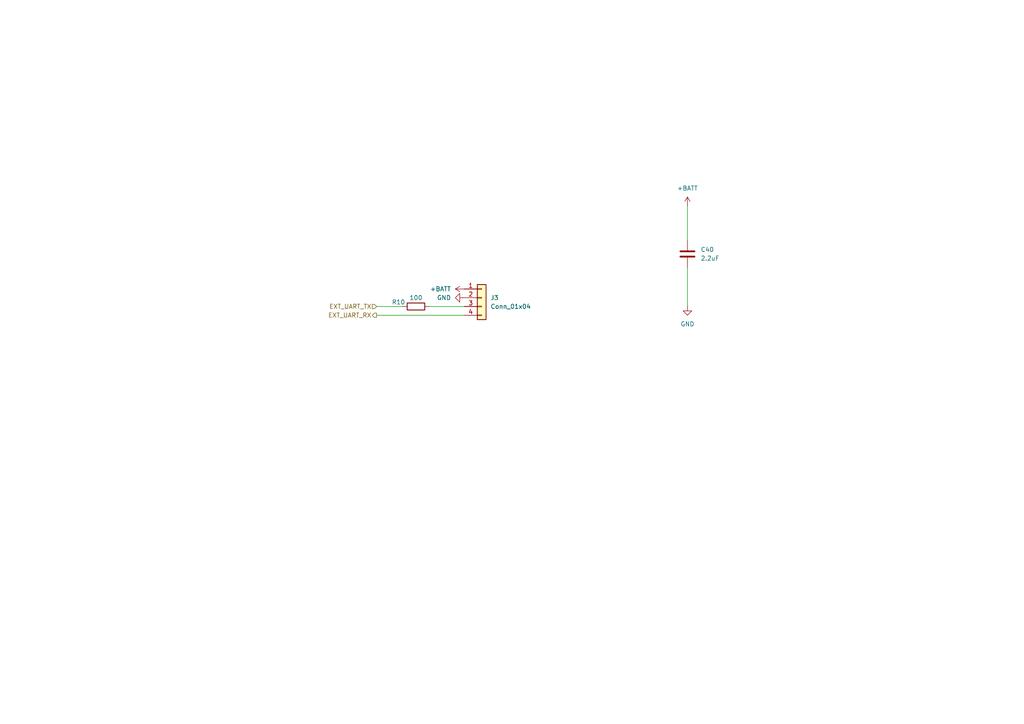
<source format=kicad_sch>
(kicad_sch (version 20230121) (generator eeschema)
  (paper "A4")
  (lib_symbols
    (symbol "Connector_Generic:Conn_01x04" (pin_names (offset 1.016) hide)
      (property "Reference" "J" (at 0 5.08 0))
      (property "Value" "Conn_01x04" (at 0 -7.62 0))
      (symbol "Conn_01x04_1_1"
        (rectangle (start -1.27 -4.953) (end 0 -5.207) (stroke (width 0.1524)))
        (rectangle (start -1.27 -2.413) (end 0 -2.667) (stroke (width 0.1524)))
        (rectangle (start -1.27 0.127) (end 0 -0.127) (stroke (width 0.1524)))
        (rectangle (start -1.27 2.667) (end 0 2.413) (stroke (width 0.1524)))
        (rectangle (start -1.27 3.81) (end 1.27 -6.35) (stroke (width 0.254)) (fill (type background)))
        (pin passive line (at -5.08 2.54 0) (length 3.81) (name "Pin_1") (number "1"))
        (pin passive line (at -5.08 0 0) (length 3.81) (name "Pin_2") (number "2"))
        (pin passive line (at -5.08 -2.54 0) (length 3.81) (name "Pin_3") (number "3"))
        (pin passive line (at -5.08 -5.08 0) (length 3.81) (name "Pin_4") (number "4"))
      )
    )
    (symbol "Device:C" (pin_numbers hide) (pin_names (offset 0.254))
      (property "Reference" "C" (at 0.635 2.54 0))
      (property "Value" "C" (at 0.635 -2.54 0))
      (symbol "C_0_1"
        (polyline (pts (xy -2.032 -0.762) (xy 2.032 -0.762)) (stroke (width 0.508)))
        (polyline (pts (xy -2.032 0.762) (xy 2.032 0.762)) (stroke (width 0.508)))
      )
      (symbol "C_1_1"
        (pin passive line (at 0 3.81 270) (length 2.794) (name "~") (number "1"))
        (pin passive line (at 0 -3.81 90) (length 2.794) (name "~") (number "2"))
      )
    )
    (symbol "Device:R" (pin_numbers hide) (pin_names (offset 0))
      (property "Reference" "R" (at 2.032 0 90))
      (property "Value" "R" (at 0 0 90))
      (symbol "R_0_1"
        (rectangle (start -1.016 -2.54) (end 1.016 2.54) (stroke (width 0.254)))
      )
      (symbol "R_1_1"
        (pin passive line (at 0 3.81 270) (length 1.27) (name "~") (number "1"))
        (pin passive line (at 0 -3.81 90) (length 1.27) (name "~") (number "2"))
      )
    )
    (symbol "power:+BATT" (power) (pin_names (offset 0))
      (property "Value" "+BATT" (at 0 3.556 0))
      (symbol "+BATT_0_1"
        (polyline (pts (xy -0.762 1.27) (xy 0 2.54)))
        (polyline (pts (xy 0 0) (xy 0 2.54)))
        (polyline (pts (xy 0 2.54) (xy 0.762 1.27)))
      )
      (symbol "+BATT_1_1"
        (pin power_in line (at 0 0 90) (length 0) hide (name "+BATT") (number "1"))
      )
    )
    (symbol "power:GND" (power) (pin_names (offset 0))
      (property "Value" "GND" (at 0 -3.81 0))
      (symbol "GND_0_1"
        (polyline (pts (xy 0 0) (xy 0 -1.27) (xy 1.27 -1.27) (xy 0 -2.54) (xy -1.27 -1.27) (xy 0 -1.27)))
      )
      (symbol "GND_1_1"
        (pin power_in line (at 0 0 270) (length 0) hide (name "GND") (number "1"))
      )
    )
  )
  (wire (pts (xy 109.22 88.9) (xy 116.84 88.9)))
  (wire (pts (xy 109.22 91.44) (xy 134.62 91.44)))
  (wire (pts (xy 124.46 88.9) (xy 134.62 88.9)))
  (wire (pts (xy 199.39 59.69) (xy 199.39 69.85)))
  (wire (pts (xy 199.39 77.47) (xy 199.39 88.9)))
  (hierarchical_label "EXT_UART_TX" (shape input) (at 109.22 88.9 180))
  (hierarchical_label "EXT_UART_RX" (shape output) (at 109.22 91.44 180))
  (symbol (lib_id "power:+BATT") (at 134.62 83.82 90) (unit 1)
    (property "Reference" "#PWR09" (effects hide))
    (property "Value" "+BATT" (at 130.81 83.82 90) (effects (justify left)))
  )
  (symbol (lib_id "power:+BATT") (at 199.39 59.69 0) (unit 1)
    (property "Reference" "#PWR020" (effects hide))
    (property "Value" "+BATT" (at 199.39 54.61 0))
  )
  (symbol (lib_id "power:GND") (at 134.62 86.36 270) (unit 1)
    (property "Reference" "#PWR08" (effects hide))
    (property "Value" "GND" (at 130.81 86.36 90) (effects (justify right)))
  )
  (symbol (lib_id "power:GND") (at 199.39 88.9 0) (unit 1)
    (property "Reference" "#PWR034" (effects hide))
    (property "Value" "GND" (at 199.39 93.98 0))
  )
  (symbol (lib_id "Device:R") (at 120.65 88.9 90) (unit 1)
    (property "Reference" "R10" (at 115.57 87.63 90))
    (property "Value" "100" (at 120.65 86.36 90))
    (property "Footprint" "Resistor_SMD:R_0603_1608Metric" (effects hide))
  )
  (symbol (lib_id "Device:C") (at 199.39 73.66 0) (unit 1)
    (property "Reference" "C40" (at 203.2 72.39 0) (effects (justify left)))
    (property "Value" "2.2uF" (at 203.2 74.93 0) (effects (justify left)))
    (property "Footprint" "Capacitor_SMD:C_0603_1608Metric" (effects hide))
  )
  (symbol (lib_id "Connector_Generic:Conn_01x04") (at 139.7 86.36 0) (unit 1)
    (property "Reference" "J3" (at 142.24 86.36 0) (effects (justify left)))
    (property "Value" "Conn_01x04" (at 142.24 88.9 0) (effects (justify left)))
    (property "Footprint" "Connector_PinHeader_2.54mm:PinHeader_1x04_P2.54mm_Vertical" (effects hide))
  )
)
</source>
